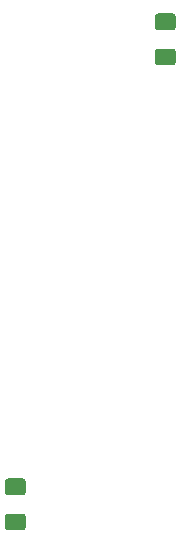
<source format=gbr>
G04 #@! TF.GenerationSoftware,KiCad,Pcbnew,(5.0.2)-1*
G04 #@! TF.CreationDate,2019-05-12T21:22:09-05:00*
G04 #@! TF.ProjectId,C64-Power-Supply,4336342d-506f-4776-9572-2d537570706c,0.1*
G04 #@! TF.SameCoordinates,Original*
G04 #@! TF.FileFunction,Paste,Top*
G04 #@! TF.FilePolarity,Positive*
%FSLAX46Y46*%
G04 Gerber Fmt 4.6, Leading zero omitted, Abs format (unit mm)*
G04 Created by KiCad (PCBNEW (5.0.2)-1) date 5/12/2019 9:22:09 PM*
%MOMM*%
%LPD*%
G01*
G04 APERTURE LIST*
%ADD10C,0.100000*%
%ADD11C,1.425000*%
G04 APERTURE END LIST*
D10*
G04 #@! TO.C,R1*
G36*
X205119504Y-67868704D02*
X205143773Y-67872304D01*
X205167571Y-67878265D01*
X205190671Y-67886530D01*
X205212849Y-67897020D01*
X205233893Y-67909633D01*
X205253598Y-67924247D01*
X205271777Y-67940723D01*
X205288253Y-67958902D01*
X205302867Y-67978607D01*
X205315480Y-67999651D01*
X205325970Y-68021829D01*
X205334235Y-68044929D01*
X205340196Y-68068727D01*
X205343796Y-68092996D01*
X205345000Y-68117500D01*
X205345000Y-69042500D01*
X205343796Y-69067004D01*
X205340196Y-69091273D01*
X205334235Y-69115071D01*
X205325970Y-69138171D01*
X205315480Y-69160349D01*
X205302867Y-69181393D01*
X205288253Y-69201098D01*
X205271777Y-69219277D01*
X205253598Y-69235753D01*
X205233893Y-69250367D01*
X205212849Y-69262980D01*
X205190671Y-69273470D01*
X205167571Y-69281735D01*
X205143773Y-69287696D01*
X205119504Y-69291296D01*
X205095000Y-69292500D01*
X203845000Y-69292500D01*
X203820496Y-69291296D01*
X203796227Y-69287696D01*
X203772429Y-69281735D01*
X203749329Y-69273470D01*
X203727151Y-69262980D01*
X203706107Y-69250367D01*
X203686402Y-69235753D01*
X203668223Y-69219277D01*
X203651747Y-69201098D01*
X203637133Y-69181393D01*
X203624520Y-69160349D01*
X203614030Y-69138171D01*
X203605765Y-69115071D01*
X203599804Y-69091273D01*
X203596204Y-69067004D01*
X203595000Y-69042500D01*
X203595000Y-68117500D01*
X203596204Y-68092996D01*
X203599804Y-68068727D01*
X203605765Y-68044929D01*
X203614030Y-68021829D01*
X203624520Y-67999651D01*
X203637133Y-67978607D01*
X203651747Y-67958902D01*
X203668223Y-67940723D01*
X203686402Y-67924247D01*
X203706107Y-67909633D01*
X203727151Y-67897020D01*
X203749329Y-67886530D01*
X203772429Y-67878265D01*
X203796227Y-67872304D01*
X203820496Y-67868704D01*
X203845000Y-67867500D01*
X205095000Y-67867500D01*
X205119504Y-67868704D01*
X205119504Y-67868704D01*
G37*
D11*
X204470000Y-68580000D03*
D10*
G36*
X205119504Y-64893704D02*
X205143773Y-64897304D01*
X205167571Y-64903265D01*
X205190671Y-64911530D01*
X205212849Y-64922020D01*
X205233893Y-64934633D01*
X205253598Y-64949247D01*
X205271777Y-64965723D01*
X205288253Y-64983902D01*
X205302867Y-65003607D01*
X205315480Y-65024651D01*
X205325970Y-65046829D01*
X205334235Y-65069929D01*
X205340196Y-65093727D01*
X205343796Y-65117996D01*
X205345000Y-65142500D01*
X205345000Y-66067500D01*
X205343796Y-66092004D01*
X205340196Y-66116273D01*
X205334235Y-66140071D01*
X205325970Y-66163171D01*
X205315480Y-66185349D01*
X205302867Y-66206393D01*
X205288253Y-66226098D01*
X205271777Y-66244277D01*
X205253598Y-66260753D01*
X205233893Y-66275367D01*
X205212849Y-66287980D01*
X205190671Y-66298470D01*
X205167571Y-66306735D01*
X205143773Y-66312696D01*
X205119504Y-66316296D01*
X205095000Y-66317500D01*
X203845000Y-66317500D01*
X203820496Y-66316296D01*
X203796227Y-66312696D01*
X203772429Y-66306735D01*
X203749329Y-66298470D01*
X203727151Y-66287980D01*
X203706107Y-66275367D01*
X203686402Y-66260753D01*
X203668223Y-66244277D01*
X203651747Y-66226098D01*
X203637133Y-66206393D01*
X203624520Y-66185349D01*
X203614030Y-66163171D01*
X203605765Y-66140071D01*
X203599804Y-66116273D01*
X203596204Y-66092004D01*
X203595000Y-66067500D01*
X203595000Y-65142500D01*
X203596204Y-65117996D01*
X203599804Y-65093727D01*
X203605765Y-65069929D01*
X203614030Y-65046829D01*
X203624520Y-65024651D01*
X203637133Y-65003607D01*
X203651747Y-64983902D01*
X203668223Y-64965723D01*
X203686402Y-64949247D01*
X203706107Y-64934633D01*
X203727151Y-64922020D01*
X203749329Y-64911530D01*
X203772429Y-64903265D01*
X203796227Y-64897304D01*
X203820496Y-64893704D01*
X203845000Y-64892500D01*
X205095000Y-64892500D01*
X205119504Y-64893704D01*
X205119504Y-64893704D01*
G37*
D11*
X204470000Y-65605000D03*
G04 #@! TD*
D10*
G04 #@! TO.C,R2*
G36*
X192419504Y-107238704D02*
X192443773Y-107242304D01*
X192467571Y-107248265D01*
X192490671Y-107256530D01*
X192512849Y-107267020D01*
X192533893Y-107279633D01*
X192553598Y-107294247D01*
X192571777Y-107310723D01*
X192588253Y-107328902D01*
X192602867Y-107348607D01*
X192615480Y-107369651D01*
X192625970Y-107391829D01*
X192634235Y-107414929D01*
X192640196Y-107438727D01*
X192643796Y-107462996D01*
X192645000Y-107487500D01*
X192645000Y-108412500D01*
X192643796Y-108437004D01*
X192640196Y-108461273D01*
X192634235Y-108485071D01*
X192625970Y-108508171D01*
X192615480Y-108530349D01*
X192602867Y-108551393D01*
X192588253Y-108571098D01*
X192571777Y-108589277D01*
X192553598Y-108605753D01*
X192533893Y-108620367D01*
X192512849Y-108632980D01*
X192490671Y-108643470D01*
X192467571Y-108651735D01*
X192443773Y-108657696D01*
X192419504Y-108661296D01*
X192395000Y-108662500D01*
X191145000Y-108662500D01*
X191120496Y-108661296D01*
X191096227Y-108657696D01*
X191072429Y-108651735D01*
X191049329Y-108643470D01*
X191027151Y-108632980D01*
X191006107Y-108620367D01*
X190986402Y-108605753D01*
X190968223Y-108589277D01*
X190951747Y-108571098D01*
X190937133Y-108551393D01*
X190924520Y-108530349D01*
X190914030Y-108508171D01*
X190905765Y-108485071D01*
X190899804Y-108461273D01*
X190896204Y-108437004D01*
X190895000Y-108412500D01*
X190895000Y-107487500D01*
X190896204Y-107462996D01*
X190899804Y-107438727D01*
X190905765Y-107414929D01*
X190914030Y-107391829D01*
X190924520Y-107369651D01*
X190937133Y-107348607D01*
X190951747Y-107328902D01*
X190968223Y-107310723D01*
X190986402Y-107294247D01*
X191006107Y-107279633D01*
X191027151Y-107267020D01*
X191049329Y-107256530D01*
X191072429Y-107248265D01*
X191096227Y-107242304D01*
X191120496Y-107238704D01*
X191145000Y-107237500D01*
X192395000Y-107237500D01*
X192419504Y-107238704D01*
X192419504Y-107238704D01*
G37*
D11*
X191770000Y-107950000D03*
D10*
G36*
X192419504Y-104263704D02*
X192443773Y-104267304D01*
X192467571Y-104273265D01*
X192490671Y-104281530D01*
X192512849Y-104292020D01*
X192533893Y-104304633D01*
X192553598Y-104319247D01*
X192571777Y-104335723D01*
X192588253Y-104353902D01*
X192602867Y-104373607D01*
X192615480Y-104394651D01*
X192625970Y-104416829D01*
X192634235Y-104439929D01*
X192640196Y-104463727D01*
X192643796Y-104487996D01*
X192645000Y-104512500D01*
X192645000Y-105437500D01*
X192643796Y-105462004D01*
X192640196Y-105486273D01*
X192634235Y-105510071D01*
X192625970Y-105533171D01*
X192615480Y-105555349D01*
X192602867Y-105576393D01*
X192588253Y-105596098D01*
X192571777Y-105614277D01*
X192553598Y-105630753D01*
X192533893Y-105645367D01*
X192512849Y-105657980D01*
X192490671Y-105668470D01*
X192467571Y-105676735D01*
X192443773Y-105682696D01*
X192419504Y-105686296D01*
X192395000Y-105687500D01*
X191145000Y-105687500D01*
X191120496Y-105686296D01*
X191096227Y-105682696D01*
X191072429Y-105676735D01*
X191049329Y-105668470D01*
X191027151Y-105657980D01*
X191006107Y-105645367D01*
X190986402Y-105630753D01*
X190968223Y-105614277D01*
X190951747Y-105596098D01*
X190937133Y-105576393D01*
X190924520Y-105555349D01*
X190914030Y-105533171D01*
X190905765Y-105510071D01*
X190899804Y-105486273D01*
X190896204Y-105462004D01*
X190895000Y-105437500D01*
X190895000Y-104512500D01*
X190896204Y-104487996D01*
X190899804Y-104463727D01*
X190905765Y-104439929D01*
X190914030Y-104416829D01*
X190924520Y-104394651D01*
X190937133Y-104373607D01*
X190951747Y-104353902D01*
X190968223Y-104335723D01*
X190986402Y-104319247D01*
X191006107Y-104304633D01*
X191027151Y-104292020D01*
X191049329Y-104281530D01*
X191072429Y-104273265D01*
X191096227Y-104267304D01*
X191120496Y-104263704D01*
X191145000Y-104262500D01*
X192395000Y-104262500D01*
X192419504Y-104263704D01*
X192419504Y-104263704D01*
G37*
D11*
X191770000Y-104975000D03*
G04 #@! TD*
M02*

</source>
